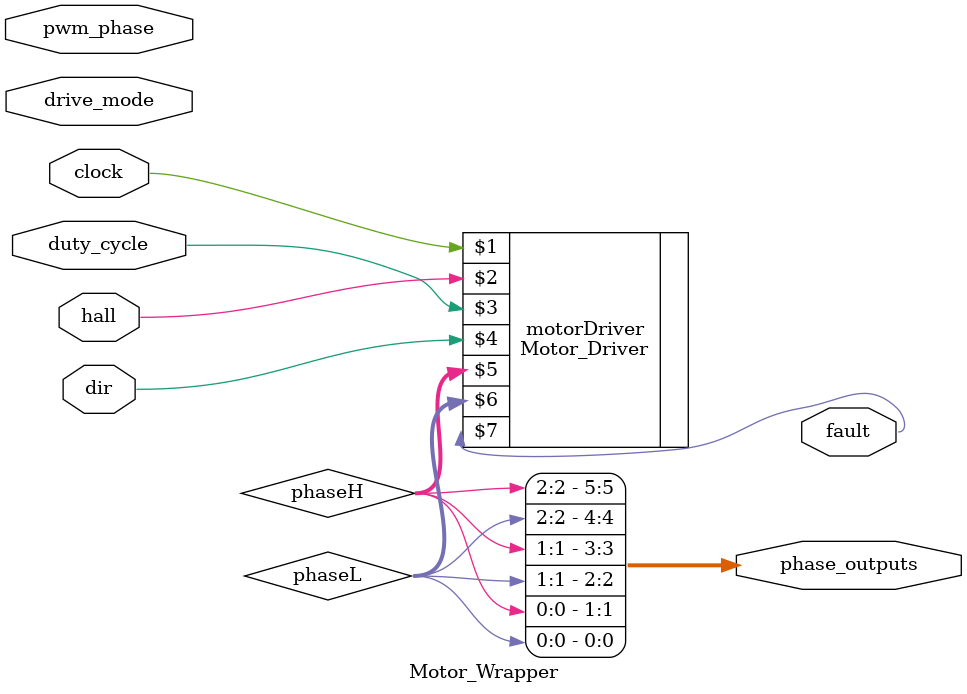
<source format=v>
`include "../../robot2015/fpga/Phase_Driver.vh"
`include "../../robot2015/fpga/Hall_Effect_Sensor.v"
`include "../../robot2015/fpga/Phase_Driver.v"
`include "../../robot2015/fpga/Motor_Driver.v"

module Motor_Wrapper (
    input clock,
    input pwm_phase,
    input dir,
    input duty_cycle,
    input drive_mode,
    input hall,
    output wire [5:0] phase_outputs,
    output fault
    );
wire [2:0] phaseH, phaseL;

Motor_Driver motorDriver(clock, hall, duty_cycle, dir, phaseH, phaseL, fault);
assign phase_outputs = {phaseH[2], phaseL[2], phaseH[1], phaseL[1], phaseH[0], phaseL[0]};
//sysclk, pwm_phase, motor_dir[1], motor_speed_1, drive_mode_1,
// hall_sync_1, {m1a_h, m1a_l, m1b_h, m1b_l, m1c_h, m1c_l}, motor_fault[1])

endmodule

</source>
